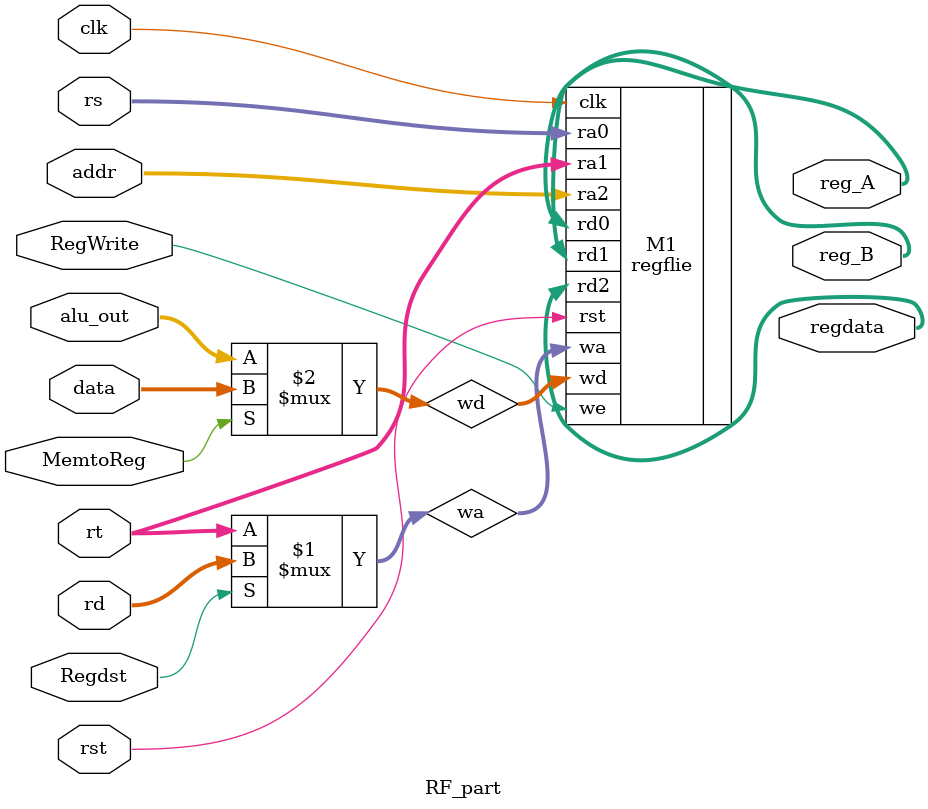
<source format=v>
`timescale 1ns / 1ps


module RF_part(clk,rst,rs,rt,rd,alu_out,data,Regdst,MemtoReg,RegWrite,reg_A,reg_B,regdata,addr);
    input  clk,rst;
    input  [4:0]rs,rt,rd;
    input  [31:0]alu_out,data;
    input Regdst,MemtoReg,RegWrite;
    input [7:0]addr;
    output [ 31:0]reg_A,reg_B,regdata;
    wire [4:0]wa;
    wire [31:0]wd;
    assign wa = Regdst? rd:rt;
    assign wd = MemtoReg? data:alu_out;
    regflie M1(.ra0(rs),
        .ra1(rt),
        .ra2(addr),
        .wa(wa),
        .wd(wd),
        .we(RegWrite),
        .clk(clk),
        .rst(rst),
        .rd0(reg_A),
        .rd1(reg_B),
        .rd2(regdata));
    
endmodule

</source>
